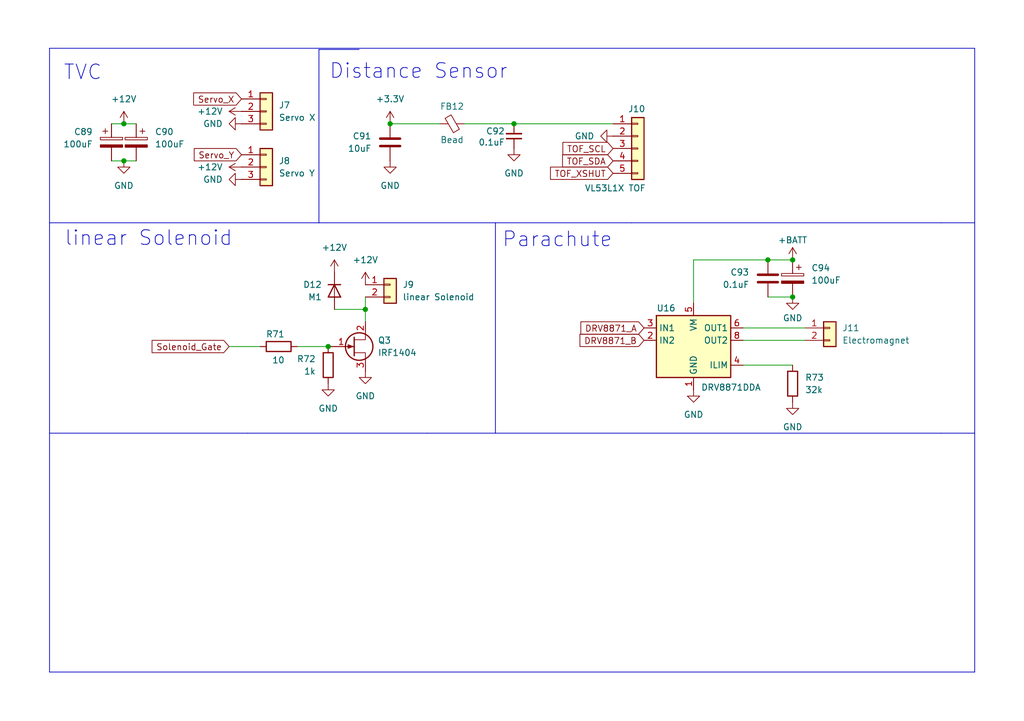
<source format=kicad_sch>
(kicad_sch (version 20250114) (generator "eeschema") (generator_version "9.0")
  (paper "A5")
  (title_block (title "Actuators") (date "2025-07-03") (rev "1.0") (company "Robotics"))
  (lib_symbols
    (symbol "Connector_Generic:Conn_01x02" (pin_names (offset 1.016) (hide yes))
      (property "Reference" "J" (at 0 2.54 0))
      (property "Value" "Conn_01x02" (at 0 -5.08 0))
      (symbol "Conn_01x02_1_1"
        (rectangle (start -1.27 1.27) (end 1.27 -3.81) (stroke (width 0.254)) (fill (type background)))
        (rectangle (start -1.27 0.127) (end 0 -0.127) (stroke (width 0.1524)))
        (rectangle (start -1.27 -2.413) (end 0 -2.667) (stroke (width 0.1524)))
        (pin passive line (at -5.08 0 0) (length 3.81) (name "Pin_1") (number "1"))
        (pin passive line (at -5.08 -2.54 0) (length 3.81) (name "Pin_2") (number "2"))
      )
    )
    (symbol "Connector_Generic:Conn_01x03" (pin_names (offset 1.016) (hide yes))
      (property "Reference" "J" (at 0 5.08 0))
      (property "Value" "Conn_01x03" (at 0 -5.08 0))
      (symbol "Conn_01x03_1_1"
        (rectangle (start -1.27 3.81) (end 1.27 -3.81) (stroke (width 0.254)) (fill (type background)))
        (rectangle (start -1.27 2.667) (end 0 2.413) (stroke (width 0.1524)))
        (rectangle (start -1.27 0.127) (end 0 -0.127) (stroke (width 0.1524)))
        (rectangle (start -1.27 -2.413) (end 0 -2.667) (stroke (width 0.1524)))
        (pin passive line (at -5.08 2.54 0) (length 3.81) (name "Pin_1") (number "1"))
        (pin passive line (at -5.08 0 0) (length 3.81) (name "Pin_2") (number "2"))
        (pin passive line (at -5.08 -2.54 0) (length 3.81) (name "Pin_3") (number "3"))
      )
    )
    (symbol "Connector_Generic:Conn_01x05" (pin_names (offset 1.016) (hide yes))
      (property "Reference" "J" (at 0 7.62 0))
      (property "Value" "Conn_01x05" (at 0 -7.62 0))
      (symbol "Conn_01x05_1_1"
        (rectangle (start -1.27 6.35) (end 1.27 -6.35) (stroke (width 0.254)) (fill (type background)))
        (rectangle (start -1.27 5.207) (end 0 4.953) (stroke (width 0.1524)))
        (rectangle (start -1.27 2.667) (end 0 2.413) (stroke (width 0.1524)))
        (rectangle (start -1.27 0.127) (end 0 -0.127) (stroke (width 0.1524)))
        (rectangle (start -1.27 -2.413) (end 0 -2.667) (stroke (width 0.1524)))
        (rectangle (start -1.27 -4.953) (end 0 -5.207) (stroke (width 0.1524)))
        (pin passive line (at -5.08 5.08 0) (length 3.81) (name "Pin_1") (number "1"))
        (pin passive line (at -5.08 2.54 0) (length 3.81) (name "Pin_2") (number "2"))
        (pin passive line (at -5.08 0 0) (length 3.81) (name "Pin_3") (number "3"))
        (pin passive line (at -5.08 -2.54 0) (length 3.81) (name "Pin_4") (number "4"))
        (pin passive line (at -5.08 -5.08 0) (length 3.81) (name "Pin_5") (number "5"))
      )
    )
    (symbol "Device:C" (pin_numbers (hide yes)) (pin_names (offset 0.254))
      (property "Reference" "C" (at 0.635 2.54 0))
      (property "Value" "C" (at 0.635 -2.54 0))
      (symbol "C_0_1"
        (polyline (pts (xy -2.032 0.762) (xy 2.032 0.762)) (stroke (width 0.508)))
        (polyline (pts (xy -2.032 -0.762) (xy 2.032 -0.762)) (stroke (width 0.508)))
      )
      (symbol "C_1_1"
        (pin passive line (at 0 3.81 270) (length 2.794) (name "~") (number "1"))
        (pin passive line (at 0 -3.81 90) (length 2.794) (name "~") (number "2"))
      )
    )
    (symbol "Device:C_Polarized" (pin_numbers (hide yes)) (pin_names (offset 0.254))
      (property "Reference" "C" (at 0.635 2.54 0))
      (property "Value" "C_Polarized" (at 0.635 -2.54 0))
      (symbol "C_Polarized_0_1"
        (rectangle (start -2.286 0.508) (end 2.286 1.016))
        (polyline (pts (xy -1.778 2.286) (xy -0.762 2.286)))
        (polyline (pts (xy -1.27 2.794) (xy -1.27 1.778)))
        (rectangle (start 2.286 -0.508) (end -2.286 -1.016) (fill (type outline)))
      )
      (symbol "C_Polarized_1_1"
        (pin passive line (at 0 3.81 270) (length 2.794) (name "~") (number "1"))
        (pin passive line (at 0 -3.81 90) (length 2.794) (name "~") (number "2"))
      )
    )
    (symbol "Device:C_Small" (pin_numbers (hide yes)) (pin_names (offset 0.254) (hide yes))
      (property "Reference" "C" (at 0.254 1.778 0))
      (property "Value" "C_Small" (at 0.254 -2.032 0))
      (symbol "C_Small_0_1"
        (polyline (pts (xy -1.524 0.508) (xy 1.524 0.508)) (stroke (width 0.3048)))
        (polyline (pts (xy -1.524 -0.508) (xy 1.524 -0.508)) (stroke (width 0.3302)))
      )
      (symbol "C_Small_1_1"
        (pin passive line (at 0 2.54 270) (length 2.032) (name "~") (number "1"))
        (pin passive line (at 0 -2.54 90) (length 2.032) (name "~") (number "2"))
      )
    )
    (symbol "Device:D" (pin_numbers (hide yes)) (pin_names (offset 1.016) (hide yes))
      (property "Reference" "D" (at 0 2.54 0))
      (property "Value" "D" (at 0 -2.54 0))
      (symbol "D_0_1"
        (polyline (pts (xy -1.27 1.27) (xy -1.27 -1.27)) (stroke (width 0.254)))
        (polyline (pts (xy 1.27 1.27) (xy 1.27 -1.27) (xy -1.27 0) (xy 1.27 1.27)) (stroke (width 0.254)))
        (polyline (pts (xy 1.27 0) (xy -1.27 0)))
      )
      (symbol "D_1_1"
        (pin passive line (at -3.81 0 0) (length 2.54) (name "K") (number "1"))
        (pin passive line (at 3.81 0 180) (length 2.54) (name "A") (number "2"))
      )
    )
    (symbol "Device:FerriteBead_Small" (pin_numbers (hide yes)) (pin_names (offset 0))
      (property "Reference" "FB" (at 1.905 1.27 0))
      (property "Value" "FerriteBead_Small" (at 1.905 -1.27 0))
      (symbol "FerriteBead_Small_0_1"
        (polyline (pts (xy -1.8288 0.2794) (xy -1.1176 1.4986) (xy 1.8288 -0.2032) (xy 1.1176 -1.4224) (xy -1.8288 0.2794)))
        (polyline (pts (xy 0 0.889) (xy 0 1.2954)))
        (polyline (pts (xy 0 -1.27) (xy 0 -0.7874)))
      )
      (symbol "FerriteBead_Small_1_1"
        (pin passive line (at 0 2.54 270) (length 1.27) (name "~") (number "1"))
        (pin passive line (at 0 -2.54 90) (length 1.27) (name "~") (number "2"))
      )
    )
    (symbol "Device:Q_NJFET_GDS" (pin_names (offset 0) (hide yes))
      (property "Reference" "Q" (at 5.08 1.27 0))
      (property "Value" "Q_NJFET_GDS" (at 5.08 -1.27 0))
      (symbol "Q_NJFET_GDS_0_1"
        (polyline (pts (xy 0 0) (xy -1.016 0.381) (xy -1.016 -0.381) (xy 0 0)) (fill (type outline)))
        (polyline (pts (xy 0.254 1.905) (xy 0.254 -1.905) (xy 0.254 -1.905)) (stroke (width 0.254)))
        (circle (center 1.27 0) (radius 2.8194) (stroke (width 0.254)))
        (polyline (pts (xy 2.54 2.54) (xy 2.54 1.397) (xy 0.254 1.397)))
        (polyline (pts (xy 2.54 -2.54) (xy 2.54 -1.27) (xy 0.254 -1.27)))
      )
      (symbol "Q_NJFET_GDS_1_1"
        (pin input line (at -5.08 0 0) (length 5.334) (name "G") (number "1"))
        (pin passive line (at 2.54 5.08 270) (length 2.54) (name "D") (number "2"))
        (pin passive line (at 2.54 -5.08 90) (length 2.54) (name "S") (number "3"))
      )
    )
    (symbol "Device:R" (pin_numbers (hide yes)) (pin_names (offset 0))
      (property "Reference" "R" (at 2.032 0 90))
      (property "Value" "R" (at 0 0 90))
      (symbol "R_0_1"
        (rectangle (start -1.016 -2.54) (end 1.016 2.54) (stroke (width 0.254)))
      )
      (symbol "R_1_1"
        (pin passive line (at 0 3.81 270) (length 1.27) (name "~") (number "1"))
        (pin passive line (at 0 -3.81 90) (length 1.27) (name "~") (number "2"))
      )
    )
    (symbol "Driver_Motor:DRV8871DDA"
      (property "Reference" "U" (at -6.35 6.35 0))
      (property "Value" "DRV8871DDA" (at 8.89 6.35 0))
      (symbol "DRV8871DDA_0_1"
        (rectangle (start -7.62 5.08) (end 7.62 -7.62) (stroke (width 0.254)) (fill (type background)))
      )
      (symbol "DRV8871DDA_1_1"
        (pin input line (at -10.16 2.54 0) (length 2.54) (name "IN1") (number "3"))
        (pin input line (at -10.16 0 0) (length 2.54) (name "IN2") (number "2"))
        (pin power_in line (at 0 7.62 270) (length 2.54) (name "VM") (number "5"))
        (pin power_in line (at 0 -10.16 90) (length 2.54) (name "GND") (number "1"))
        (pin passive line (at 0 -10.16 90) (length 2.54) (hide yes) (name "GND") (number "7"))
        (pin passive line (at 0 -10.16 90) (length 2.54) (hide yes) (name "GND") (number "9"))
        (pin output line (at 10.16 2.54 180) (length 2.54) (name "OUT1") (number "6"))
        (pin output line (at 10.16 0 180) (length 2.54) (name "OUT2") (number "8"))
        (pin passive line (at 10.16 -5.08 180) (length 2.54) (name "ILIM") (number "4"))
      )
    )
    (symbol "nixie-cache:GND" (power) (pin_names (offset 0))
      (property "Value" "GND" (at 0 -3.81 0))
      (symbol "GND_0_1"
        (polyline (pts (xy 0 0) (xy 0 -1.27) (xy 1.27 -1.27) (xy 0 -2.54) (xy -1.27 -1.27) (xy 0 -1.27)))
      )
      (symbol "GND_1_1"
        (pin power_in line (at 0 0 270) (length 0) (hide yes) (name "GND") (number "1"))
      )
    )
    (symbol "power:+12V" (power) (pin_numbers (hide yes)) (pin_names (offset 0) (hide yes))
      (property "Value" "+12V" (at 0 3.556 0))
      (symbol "+12V_0_1"
        (polyline (pts (xy -0.762 1.27) (xy 0 2.54)))
        (polyline (pts (xy 0 2.54) (xy 0.762 1.27)))
        (polyline (pts (xy 0 0) (xy 0 2.54)))
      )
      (symbol "+12V_1_1"
        (pin power_in line (at 0 0 90) (length 0) (name "~") (number "1"))
      )
    )
    (symbol "power:+3.3V" (power) (pin_numbers (hide yes)) (pin_names (offset 0) (hide yes))
      (property "Value" "+3.3V" (at 0 3.556 0))
      (symbol "+3.3V_0_1"
        (polyline (pts (xy -0.762 1.27) (xy 0 2.54)))
        (polyline (pts (xy 0 2.54) (xy 0.762 1.27)))
        (polyline (pts (xy 0 0) (xy 0 2.54)))
      )
      (symbol "+3.3V_1_1"
        (pin power_in line (at 0 0 90) (length 0) (name "~") (number "1"))
      )
    )
    (symbol "power:+BATT" (power) (pin_numbers (hide yes)) (pin_names (offset 0) (hide yes))
      (property "Value" "+BATT" (at 0 3.556 0))
      (symbol "+BATT_0_1"
        (polyline (pts (xy -0.762 1.27) (xy 0 2.54)))
        (polyline (pts (xy 0 2.54) (xy 0.762 1.27)))
        (polyline (pts (xy 0 0) (xy 0 2.54)))
      )
      (symbol "+BATT_1_1"
        (pin power_in line (at 0 0 90) (length 0) (name "~") (number "1"))
      )
    )
    (symbol "power:GND" (power) (pin_numbers (hide yes)) (pin_names (offset 0) (hide yes))
      (property "Value" "GND" (at 0 -3.81 0))
      (symbol "GND_0_1"
        (polyline (pts (xy 0 0) (xy 0 -1.27) (xy 1.27 -1.27) (xy 0 -2.54) (xy -1.27 -1.27) (xy 0 -1.27)))
      )
      (symbol "GND_1_1"
        (pin power_in line (at 0 0 270) (length 0) (name "~") (number "1"))
      )
    )
  )
  (text "linear Solenoid" (at 30.48 49.022 0) (effects (font (size 3 3))))
  (text "Parachute" (at 114.3 49.276 0) (effects (font (size 3 3))))
  (text "TVC" (at 12.954 16.764 0) (effects (font (size 3 3)) (justify left bottom)))
  (text "Distance Sensor" (at 85.852 14.732 0) (effects (font (size 3 3))))
  (junction (at 162.56 53.34))
  (junction (at 105.41 25.4))
  (junction (at 74.93 63.5))
  (junction (at 157.48 53.34))
  (junction (at 25.4 25.4))
  (junction (at 67.31 71.12))
  (junction (at 80.01 25.4))
  (junction (at 25.4 33.02))
  (junction (at 162.56 60.96))
  (wire (pts (xy 142.24 53.34) (xy 142.24 62.23)))
  (wire (pts (xy 90.17 25.4) (xy 80.01 25.4)))
  (polyline (pts (xy 50.8 88.9) (xy 87.63 88.9)))
  (polyline (pts (xy 10.16 45.72) (xy 65.405 45.72)))
  (polyline (pts (xy 65.405 45.72) (xy 65.405 10.16)))
  (wire (pts (xy 152.4 74.93) (xy 162.56 74.93)))
  (polyline (pts (xy 65.405 10.16) (xy 73.66 10.16)))
  (wire (pts (xy 22.86 33.02) (xy 25.4 33.02)))
  (wire (pts (xy 25.4 25.4) (xy 27.94 25.4)))
  (polyline (pts (xy 199.898 137.922) (xy 10.16 137.922)))
  (wire (pts (xy 105.41 25.4) (xy 125.73 25.4)))
  (polyline (pts (xy 199.898 9.906) (xy 199.898 137.922)))
  (wire (pts (xy 157.48 53.34) (xy 162.56 53.34)))
  (wire (pts (xy 157.48 53.34) (xy 142.24 53.34)))
  (wire (pts (xy 152.4 67.31) (xy 165.1 67.31)))
  (polyline (pts (xy 65.405 45.72) (xy 129.54 45.72)))
  (wire (pts (xy 60.96 71.12) (xy 67.31 71.12)))
  (wire (pts (xy 74.93 63.5) (xy 74.93 66.04)))
  (wire (pts (xy 105.41 25.4) (xy 95.25 25.4)))
  (polyline (pts (xy 10.16 88.9) (xy 50.8 88.9)))
  (wire (pts (xy 68.58 63.5) (xy 74.93 63.5)))
  (polyline (pts (xy 129.54 45.72) (xy 193.04 45.72)))
  (polyline (pts (xy 193.04 88.9) (xy 199.898 88.9)))
  (wire (pts (xy 25.4 33.02) (xy 27.94 33.02)))
  (wire (pts (xy 157.48 60.96) (xy 162.56 60.96)))
  (polyline (pts (xy 193.04 88.9) (xy 87.63 88.9)))
  (wire (pts (xy 74.93 60.96) (xy 74.93 63.5)))
  (wire (pts (xy 152.4 69.85) (xy 165.1 69.85)))
  (polyline (pts (xy 10.16 9.906) (xy 10.16 137.922)))
  (wire (pts (xy 46.99 71.12) (xy 53.34 71.12)))
  (polyline (pts (xy 10.16 9.906) (xy 199.898 9.906)))
  (polyline (pts (xy 193.04 45.72) (xy 199.898 45.72)))
  (wire (pts (xy 22.86 25.4) (xy 25.4 25.4)))
  (polyline (pts (xy 101.6 88.9) (xy 101.6 45.72)))
  (global_label "TOF_SCL" (shape input) (at 125.73 30.48 180) (property "Intersheetrefs" "${INTERSHEET_REFS}" (effects (hide yes))))
  (global_label "Solenoid_Gate" (shape input) (at 46.99 71.12 180) (property "Intersheetrefs" "${INTERSHEET_REFS}" (effects (hide yes))))
  (global_label "Servo_Y" (shape input) (at 49.53 31.75 180) (property "Intersheetrefs" "${INTERSHEET_REFS}" (effects (hide yes))))
  (global_label "Servo_X" (shape input) (at 49.53 20.32 180) (property "Intersheetrefs" "${INTERSHEET_REFS}" (effects (hide yes))))
  (global_label "TOF_SDA" (shape input) (at 125.73 33.02 180) (property "Intersheetrefs" "${INTERSHEET_REFS}" (effects (hide yes))))
  (global_label "DRV8871_A" (shape input) (at 132.08 67.31 180) (property "Intersheetrefs" "${INTERSHEET_REFS}" (effects (hide yes))))
  (global_label "TOF_XSHUT" (shape input) (at 125.73 35.56 180) (property "Intersheetrefs" "${INTERSHEET_REFS}" (effects (hide yes))))
  (global_label "DRV8871_B" (shape input) (at 132.08 69.85 180) (property "Intersheetrefs" "${INTERSHEET_REFS}" (effects (hide yes))))
  (symbol (lib_id "Connector_Generic:Conn_01x03") (at 54.61 34.29 0) (unit 1)
    (property "Reference" "J8" (at 57.15 33.0199 0) (effects (justify left)))
    (property "Value" "Servo Y" (at 57.15 35.5599 0) (effects (justify left)))
    (property "Footprint" "Connector_JST:JST_VH_B3P-VH_1x03_P3.96mm_Vertical" (effects (hide yes)))
    (property "Description" "Generic connector, single row, 01x03, script generated (kicad-library-utils/schlib/autogen/connector/)" (effects (hide yes)))
  )
  (symbol (lib_id "nixie-cache:GND") (at 67.31 78.74 0) (unit 1)
    (property "Reference" "#PWR0208" (effects (hide yes)))
    (property "Value" "GND" (at 67.31 83.82 0))
  )
  (symbol (lib_id "Connector_Generic:Conn_01x05") (at 130.81 30.48 0) (unit 1)
    (property "Reference" "J10" (at 128.778 22.352 0) (effects (justify left)))
    (property "Value" "VL53L1X TOF" (at 119.888 38.608 0) (effects (justify left)))
    (property "Footprint" "PCB:SAMTEC_T1M-05-F-SH-L" (effects (hide yes)))
    (property "Description" "Generic connector, single row, 01x05, script generated (kicad-library-utils/schlib/autogen/connector/)" (effects (hide yes)))
  )
  (symbol (lib_id "Connector_Generic:Conn_01x02") (at 170.18 67.31 0) (unit 1)
    (property "Reference" "J11" (at 172.72 67.3099 0) (effects (justify left)))
    (property "Value" "Electromagnet" (at 172.72 69.8499 0) (effects (justify left)))
    (property "Footprint" "Connector_JST:JST_VH_B2P-VH_1x02_P3.96mm_Vertical" (effects (hide yes)))
    (property "Description" "Generic connector, single row, 01x02, script generated (kicad-library-utils/schlib/autogen/connector/)" (effects (hide yes)))
  )
  (symbol (lib_id "power:GND") (at 25.4 33.02 0) (unit 1)
    (property "Reference" "#PWR0203" (effects (hide yes)))
    (property "Value" "GND" (at 25.4 38.1 0))
    (property "Description" "Power symbol creates a global label with name \"GND\" , ground" (effects (hide yes)))
  )
  (symbol (lib_id "power:GND") (at 49.53 25.4 270) (unit 1)
    (property "Reference" "#PWR0205" (effects (hide yes)))
    (property "Value" "GND" (at 45.72 25.3999 90) (effects (justify right)))
    (property "Description" "Power symbol creates a global label with name \"GND\" , ground" (effects (hide yes)))
  )
  (symbol (lib_id "power:+12V") (at 49.53 22.86 90) (unit 1)
    (property "Reference" "#PWR0204" (effects (hide yes)))
    (property "Value" "+12V" (at 45.72 22.8599 90) (effects (justify left)))
    (property "Description" "Power symbol creates a global label with name \"+12V\"" (effects (hide yes)))
  )
  (symbol (lib_id "power:GND") (at 162.56 82.55 0) (unit 1)
    (property "Reference" "#PWR0219" (effects (hide yes)))
    (property "Value" "GND" (at 162.56 87.63 0))
    (property "Description" "Power symbol creates a global label with name \"GND\" , ground" (effects (hide yes)))
  )
  (symbol (lib_id "Device:R") (at 67.31 74.93 0) (mirror y) (unit 1)
    (property "Reference" "R72" (at 64.77 73.6599 0) (effects (justify left)))
    (property "Value" "1k" (at 64.77 76.1999 0) (effects (justify left)))
    (property "Footprint" "Resistor_SMD:R_0603_1608Metric" (effects (hide yes)))
  )
  (symbol (lib_id "Device:C_Polarized") (at 22.86 29.21 0) (unit 1)
    (property "Reference" "C89" (at 19.05 27.0509 0) (effects (justify right)))
    (property "Value" "100uF" (at 19.05 29.5909 0) (effects (justify right)))
    (property "Footprint" "Capacitor_Tantalum_SMD:CP_EIA-7343-43_Kemet-X" (effects (hide yes)))
    (property "Description" "Polarized capacitor" (effects (hide yes)))
  )
  (symbol (lib_id "Connector_Generic:Conn_01x03") (at 54.61 22.86 0) (unit 1)
    (property "Reference" "J7" (at 57.15 21.5899 0) (effects (justify left)))
    (property "Value" "Servo X" (at 57.15 24.1299 0) (effects (justify left)))
    (property "Footprint" "Connector_JST:JST_VH_B3P-VH_1x03_P3.96mm_Vertical" (effects (hide yes)))
    (property "Description" "Generic connector, single row, 01x03, script generated (kicad-library-utils/schlib/autogen/connector/)" (effects (hide yes)))
  )
  (symbol (lib_id "Device:C_Small") (at 105.41 27.94 0) (mirror x) (unit 1)
    (property "Reference" "C92" (at 101.6 26.924 0))
    (property "Value" "0.1uF" (at 100.838 29.21 0))
    (property "Footprint" "Capacitor_SMD:C_0603_1608Metric" (effects (hide yes)))
  )
  (symbol (lib_id "power:GND") (at 162.56 60.96 0) (mirror y) (unit 1)
    (property "Reference" "#PWR0218" (effects (hide yes)))
    (property "Value" "GND" (at 162.56 65.278 0))
    (property "Description" "Power symbol creates a global label with name \"GND\" , ground" (effects (hide yes)))
  )
  (symbol (lib_id "Device:R") (at 57.15 71.12 90) (mirror x) (unit 1)
    (property "Reference" "R71" (at 58.42 68.58 90) (effects (justify left)))
    (property "Value" "10" (at 58.42 73.914 90) (effects (justify left)))
    (property "Footprint" "Resistor_SMD:R_0603_1608Metric" (effects (hide yes)))
  )
  (symbol (lib_id "Connector_Generic:Conn_01x02") (at 80.01 58.42 0) (unit 1)
    (property "Reference" "J9" (at 82.55 58.4199 0) (effects (justify left)))
    (property "Value" "linear Solenoid" (at 82.55 60.9599 0) (effects (justify left)))
    (property "Footprint" "Connector_JST:JST_VH_B2P-VH_1x02_P3.96mm_Vertical" (effects (hide yes)))
    (property "Description" "Generic connector, single row, 01x02, script generated (kicad-library-utils/schlib/autogen/connector/)" (effects (hide yes)))
  )
  (symbol (lib_id "power:GND") (at 125.73 27.94 270) (mirror x) (unit 1)
    (property "Reference" "#PWR0215" (effects (hide yes)))
    (property "Value" "GND" (at 121.92 27.9399 90) (effects (justify right)))
    (property "Description" "Power symbol creates a global label with name \"GND\" , ground" (effects (hide yes)))
  )
  (symbol (lib_id "Driver_Motor:DRV8871DDA") (at 142.24 69.85 0) (unit 1)
    (property "Reference" "U16" (at 134.62 63.246 0) (effects (justify left)))
    (property "Value" "DRV8871DDA" (at 143.764 79.502 0) (effects (justify left)))
    (property "Footprint" "Package_SO:Texas_HTSOP-8-1EP_3.9x4.9mm_P1.27mm_EP2.95x4.9mm_Mask2.4x3.1mm_ThermalVias" (effects (hide yes)))
    (property "Datasheet" "http://www.ti.com/lit/ds/symlink/drv8871.pdf" (effects (hide yes)))
    (property "Description" "Brushed DC Motor Driver, PWM Control, 45V, 3.6A, Current limiting, HTSOP-8" (effects (hide yes)))
  )
  (symbol (lib_id "power:+3.3V") (at 80.01 25.4 0) (mirror y) (unit 1)
    (property "Reference" "#PWR0212" (effects (hide yes)))
    (property "Value" "+3.3V" (at 80.01 20.32 0))
  )
  (symbol (lib_id "power:GND") (at 142.24 80.01 0) (unit 1)
    (property "Reference" "#PWR0216" (effects (hide yes)))
    (property "Value" "GND" (at 142.24 85.09 0))
    (property "Description" "Power symbol creates a global label with name \"GND\" , ground" (effects (hide yes)))
  )
  (symbol (lib_id "Device:C") (at 157.48 57.15 0) (unit 1)
    (property "Reference" "C93" (at 153.67 55.88 0) (effects (justify right)))
    (property "Value" "0.1uF" (at 153.67 58.42 0) (effects (justify right)))
    (property "Footprint" "Capacitor_SMD:C_0603_1608Metric" (effects (hide yes)))
  )
  (symbol (lib_id "Device:C_Polarized") (at 162.56 57.15 0) (mirror y) (unit 1)
    (property "Reference" "C94" (at 166.37 54.9909 0) (effects (justify right)))
    (property "Value" "100uF" (at 166.37 57.5309 0) (effects (justify right)))
    (property "Footprint" "Capacitor_Tantalum_SMD:CP_EIA-7343-43_Kemet-X" (effects (hide yes)))
    (property "Description" "Polarized capacitor" (effects (hide yes)))
  )
  (symbol (lib_id "Device:Q_NJFET_GDS") (at 72.39 71.12 0) (unit 1)
    (property "Reference" "Q3" (at 77.47 69.8499 0) (effects (justify left)))
    (property "Value" "IRF1404" (at 77.47 72.3899 0) (effects (justify left)))
    (property "Footprint" "Package_TO_SOT_SMD:TO-263-2" (effects (hide yes)))
  )
  (symbol (lib_id "power:+12V") (at 74.93 58.42 0) (unit 1)
    (property "Reference" "#PWR0210" (effects (hide yes)))
    (property "Value" "+12V" (at 74.93 53.34 0))
    (property "Description" "Power symbol creates a global label with name \"+12V\"" (effects (hide yes)))
  )
  (symbol (lib_id "power:+BATT") (at 162.56 53.34 0) (mirror y) (unit 1)
    (property "Reference" "#PWR0217" (effects (hide yes)))
    (property "Value" "+BATT" (at 165.608 49.276 0) (effects (justify left)))
    (property "Description" "Power symbol creates a global label with name \"+BATT\"" (effects (hide yes)))
  )
  (symbol (lib_id "power:+12V") (at 49.53 34.29 90) (unit 1)
    (property "Reference" "#PWR0206" (effects (hide yes)))
    (property "Value" "+12V" (at 45.72 34.2899 90) (effects (justify left)))
    (property "Description" "Power symbol creates a global label with name \"+12V\"" (effects (hide yes)))
  )
  (symbol (lib_id "power:GND") (at 74.93 76.2 0) (unit 1)
    (property "Reference" "#PWR0211" (effects (hide yes)))
    (property "Value" "GND" (at 74.93 81.28 0))
    (property "Description" "Power symbol creates a global label with name \"GND\" , ground" (effects (hide yes)))
  )
  (symbol (lib_id "power:GND") (at 49.53 36.83 270) (unit 1)
    (property "Reference" "#PWR0207" (effects (hide yes)))
    (property "Value" "GND" (at 45.72 36.8299 90) (effects (justify right)))
    (property "Description" "Power symbol creates a global label with name \"GND\" , ground" (effects (hide yes)))
  )
  (symbol (lib_id "power:+12V") (at 68.58 55.88 0) (mirror y) (unit 1)
    (property "Reference" "#PWR0209" (effects (hide yes)))
    (property "Value" "+12V" (at 68.58 50.8 0))
    (property "Description" "Power symbol creates a global label with name \"+12V\"" (effects (hide yes)))
  )
  (symbol (lib_id "power:+12V") (at 25.4 25.4 0) (unit 1)
    (property "Reference" "#PWR0202" (effects (hide yes)))
    (property "Value" "+12V" (at 25.4 20.32 0))
    (property "Description" "Power symbol creates a global label with name \"+12V\"" (effects (hide yes)))
  )
  (symbol (lib_id "Device:D") (at 68.58 59.69 270) (unit 1)
    (property "Reference" "D12" (at 66.04 58.4199 90) (effects (justify right)))
    (property "Value" "M1" (at 66.04 60.9599 90) (effects (justify right)))
    (property "Footprint" "Diode_SMD:D_SMA" (effects (hide yes)))
    (property "Description" "Diode" (effects (hide yes)))
    (property "Sim.Device" "D" (effects (hide yes)))
    (property "Sim.Pins" "1=K 2=A" (effects (hide yes)))
  )
  (symbol (lib_id "power:GND") (at 105.41 30.48 0) (mirror y) (unit 1)
    (property "Reference" "#PWR0214" (effects (hide yes)))
    (property "Value" "GND" (at 105.41 35.56 0))
    (property "Description" "Power symbol creates a global label with name \"GND\" , ground" (effects (hide yes)))
  )
  (symbol (lib_id "Device:FerriteBead_Small") (at 92.71 25.4 270) (mirror x) (unit 1)
    (property "Reference" "FB12" (at 92.71 21.844 90))
    (property "Value" "Bead" (at 92.71 28.702 90))
    (property "Footprint" "Inductor_SMD:L_0603_1608Metric" (effects (hide yes)))
    (property "Description" "Ferrite bead, small symbol" (effects (hide yes)))
  )
  (symbol (lib_id "power:GND") (at 80.01 33.02 0) (mirror y) (unit 1)
    (property "Reference" "#PWR0213" (effects (hide yes)))
    (property "Value" "GND" (at 80.01 38.1 0))
    (property "Description" "Power symbol creates a global label with name \"GND\" , ground" (effects (hide yes)))
  )
  (symbol (lib_id "Device:R") (at 162.56 78.74 0) (unit 1)
    (property "Reference" "R73" (at 165.1 77.4699 0) (effects (justify left)))
    (property "Value" "32k" (at 165.1 80.0099 0) (effects (justify left)))
    (property "Footprint" "Resistor_SMD:R_0603_1608Metric" (effects (hide yes)))
  )
  (symbol (lib_id "Device:C_Polarized") (at 27.94 29.21 0) (mirror y) (unit 1)
    (property "Reference" "C90" (at 31.75 27.0509 0) (effects (justify right)))
    (property "Value" "100uF" (at 31.75 29.5909 0) (effects (justify right)))
    (property "Footprint" "Capacitor_Tantalum_SMD:CP_EIA-7343-43_Kemet-X" (effects (hide yes)))
    (property "Description" "Polarized capacitor" (effects (hide yes)))
  )
  (symbol (lib_id "Device:C") (at 80.01 29.21 0) (unit 1)
    (property "Reference" "C91" (at 76.2 27.94 0) (effects (justify right)))
    (property "Value" "10uF" (at 76.2 30.48 0) (effects (justify right)))
    (property "Footprint" "Capacitor_SMD:C_0805_2012Metric" (effects (hide yes)))
  )
)
</source>
